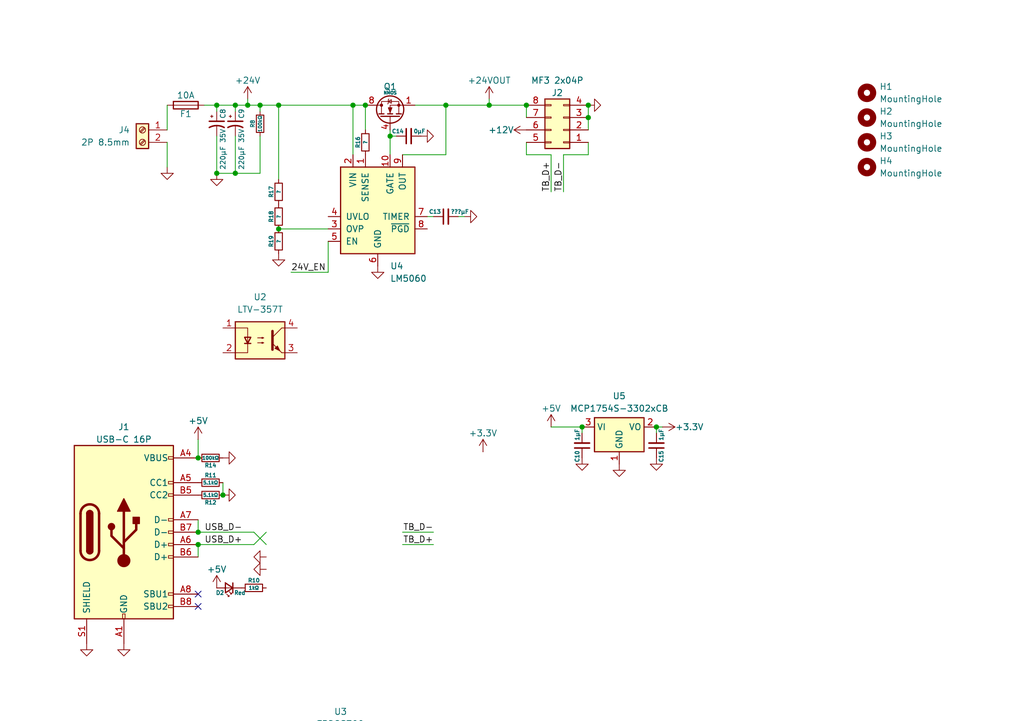
<source format=kicad_sch>
(kicad_sch (version 20231120) (generator "eeschema") (generator_version "8.0")
  (paper "A5")
  (title_block (title "Corevus Toolboard Bridge") (date "2024-07-29") (rev "v0.1") (company "Meridi Engineering") (comment 1 "confer: youtu.be/t5Nj8ZQXJm0"))
  (lib_symbols
    (symbol "Connector:Conn_01x02_Pin" (pin_names (offset 1.016) hide)
      (property "Reference" "J" (at 0 2.54 0))
      (property "Value" "Conn_01x02_Pin" (at 0 -5.08 0))
      (symbol "Conn_01x02_Pin_1_1"
        (polyline (pts (xy 1.27 -2.54) (xy 0.8636 -2.54)) (stroke (width 0.1524)))
        (polyline (pts (xy 1.27 0) (xy 0.8636 0)) (stroke (width 0.1524)))
        (rectangle (start 0.8636 -2.413) (end 0 -2.667) (stroke (width 0.1524)) (fill (type outline)))
        (rectangle (start 0.8636 0.127) (end 0 -0.127) (stroke (width 0.1524)) (fill (type outline)))
        (pin passive line (at 5.08 0 180) (length 3.81) (name "Pin_1") (number "1"))
        (pin passive line (at 5.08 -2.54 180) (length 3.81) (name "Pin_2") (number "2"))
      )
    )
    (symbol "Connector:Screw_Terminal_01x02" (pin_names (offset 1.016) hide)
      (property "Reference" "J" (at 0 2.54 0))
      (property "Value" "Screw_Terminal_01x02" (at 0 -5.08 0))
      (symbol "Screw_Terminal_01x02_1_1"
        (rectangle (start -1.27 1.27) (end 1.27 -3.81) (stroke (width 0.254)) (fill (type background)))
        (circle (center 0 -2.54) (radius 0.635) (stroke (width 0.1524)))
        (polyline (pts (xy -0.5334 -2.2098) (xy 0.3302 -3.048)) (stroke (width 0.1524)))
        (polyline (pts (xy -0.5334 0.3302) (xy 0.3302 -0.508)) (stroke (width 0.1524)))
        (polyline (pts (xy -0.3556 -2.032) (xy 0.508 -2.8702)) (stroke (width 0.1524)))
        (polyline (pts (xy -0.3556 0.508) (xy 0.508 -0.3302)) (stroke (width 0.1524)))
        (circle (center 0 0) (radius 0.635) (stroke (width 0.1524)))
        (pin passive line (at -5.08 0 0) (length 3.81) (name "Pin_1") (number "1"))
        (pin passive line (at -5.08 -2.54 0) (length 3.81) (name "Pin_2") (number "2"))
      )
    )
    (symbol "Connector:USB_C_Receptacle_USB2.0_16P" (pin_names (offset 1.016))
      (property "Reference" "J" (at 0 22.225 0))
      (property "Value" "USB_C_Receptacle_USB2.0_16P" (at 0 19.685 0))
      (symbol "USB_C_Receptacle_USB2.0_16P_0_0"
        (rectangle (start -0.254 -17.78) (end 0.254 -16.764))
        (rectangle (start 10.16 -14.986) (end 9.144 -15.494))
        (rectangle (start 10.16 -12.446) (end 9.144 -12.954))
        (rectangle (start 10.16 -4.826) (end 9.144 -5.334))
        (rectangle (start 10.16 -2.286) (end 9.144 -2.794))
        (rectangle (start 10.16 0.254) (end 9.144 -0.254))
        (rectangle (start 10.16 2.794) (end 9.144 2.286))
        (rectangle (start 10.16 7.874) (end 9.144 7.366))
        (rectangle (start 10.16 10.414) (end 9.144 9.906))
        (rectangle (start 10.16 15.494) (end 9.144 14.986))
      )
      (symbol "USB_C_Receptacle_USB2.0_16P_0_1"
        (rectangle (start -10.16 17.78) (end 10.16 -17.78) (stroke (width 0.254)) (fill (type background)))
        (arc (start -8.89 -3.81) (mid -6.985 -5.7067) (end -5.08 -3.81) (stroke (width 0.508)))
        (arc (start -7.62 -3.81) (mid -6.985 -4.4423) (end -6.35 -3.81) (stroke (width 0.254)))
        (arc (start -7.62 -3.81) (mid -6.985 -4.4423) (end -6.35 -3.81) (stroke (width 0.254)) (fill (type outline)))
        (rectangle (start -7.62 -3.81) (end -6.35 3.81) (stroke (width 0.254)) (fill (type outline)))
        (arc (start -6.35 3.81) (mid -6.985 4.4423) (end -7.62 3.81) (stroke (width 0.254)))
        (arc (start -6.35 3.81) (mid -6.985 4.4423) (end -7.62 3.81) (stroke (width 0.254)) (fill (type outline)))
        (arc (start -5.08 3.81) (mid -6.985 5.7067) (end -8.89 3.81) (stroke (width 0.508)))
        (circle (center -2.54 1.143) (radius 0.635) (stroke (width 0.254)) (fill (type outline)))
        (circle (center 0 -5.842) (radius 1.27) (fill (type outline)))
        (polyline (pts (xy -8.89 -3.81) (xy -8.89 3.81)) (stroke (width 0.508)))
        (polyline (pts (xy -5.08 3.81) (xy -5.08 -3.81)) (stroke (width 0.508)))
        (polyline (pts (xy 0 -5.842) (xy 0 4.318)) (stroke (width 0.508)))
        (polyline (pts (xy 0 -3.302) (xy -2.54 -0.762) (xy -2.54 0.508)) (stroke (width 0.508)))
        (polyline (pts (xy 0 -2.032) (xy 2.54 0.508) (xy 2.54 1.778)) (stroke (width 0.508)))
        (polyline (pts (xy -1.27 4.318) (xy 0 6.858) (xy 1.27 4.318) (xy -1.27 4.318)) (stroke (width 0.254)) (fill (type outline)))
        (rectangle (start 1.905 1.778) (end 3.175 3.048) (stroke (width 0.254)) (fill (type outline)))
      )
      (symbol "USB_C_Receptacle_USB2.0_16P_1_1"
        (pin passive line (at 0 -22.86 90) (length 5.08) (name "GND") (number "A1"))
        (pin passive line (at 0 -22.86 90) (length 5.08) hide (name "GND") (number "A12"))
        (pin passive line (at 15.24 15.24 180) (length 5.08) (name "VBUS") (number "A4"))
        (pin bidirectional line (at 15.24 10.16 180) (length 5.08) (name "CC1") (number "A5"))
        (pin bidirectional line (at 15.24 -2.54 180) (length 5.08) (name "D+") (number "A6"))
        (pin bidirectional line (at 15.24 2.54 180) (length 5.08) (name "D-") (number "A7"))
        (pin bidirectional line (at 15.24 -12.7 180) (length 5.08) (name "SBU1") (number "A8"))
        (pin passive line (at 15.24 15.24 180) (length 5.08) hide (name "VBUS") (number "A9"))
        (pin passive line (at 0 -22.86 90) (length 5.08) hide (name "GND") (number "B1"))
        (pin passive line (at 0 -22.86 90) (length 5.08) hide (name "GND") (number "B12"))
        (pin passive line (at 15.24 15.24 180) (length 5.08) hide (name "VBUS") (number "B4"))
        (pin bidirectional line (at 15.24 7.62 180) (length 5.08) (name "CC2") (number "B5"))
        (pin bidirectional line (at 15.24 -5.08 180) (length 5.08) (name "D+") (number "B6"))
        (pin bidirectional line (at 15.24 0 180) (length 5.08) (name "D-") (number "B7"))
        (pin bidirectional line (at 15.24 -15.24 180) (length 5.08) (name "SBU2") (number "B8"))
        (pin passive line (at 15.24 15.24 180) (length 5.08) hide (name "VBUS") (number "B9"))
        (pin passive line (at -7.62 -22.86 90) (length 5.08) (name "SHIELD") (number "S1"))
      )
    )
    (symbol "Connector_Generic:Conn_02x04_Top_Bottom" (pin_names (offset 1.016) hide)
      (property "Reference" "J" (at 1.27 5.08 0))
      (property "Value" "Conn_02x04_Top_Bottom" (at 1.27 -7.62 0))
      (symbol "Conn_02x04_Top_Bottom_1_1"
        (rectangle (start -1.27 -4.953) (end 0 -5.207) (stroke (width 0.1524)))
        (rectangle (start -1.27 -2.413) (end 0 -2.667) (stroke (width 0.1524)))
        (rectangle (start -1.27 0.127) (end 0 -0.127) (stroke (width 0.1524)))
        (rectangle (start -1.27 2.667) (end 0 2.413) (stroke (width 0.1524)))
        (rectangle (start -1.27 3.81) (end 3.81 -6.35) (stroke (width 0.254)) (fill (type background)))
        (rectangle (start 3.81 -4.953) (end 2.54 -5.207) (stroke (width 0.1524)))
        (rectangle (start 3.81 -2.413) (end 2.54 -2.667) (stroke (width 0.1524)))
        (rectangle (start 3.81 0.127) (end 2.54 -0.127) (stroke (width 0.1524)))
        (rectangle (start 3.81 2.667) (end 2.54 2.413) (stroke (width 0.1524)))
        (pin passive line (at -5.08 2.54 0) (length 3.81) (name "Pin_1") (number "1"))
        (pin passive line (at -5.08 0 0) (length 3.81) (name "Pin_2") (number "2"))
        (pin passive line (at -5.08 -2.54 0) (length 3.81) (name "Pin_3") (number "3"))
        (pin passive line (at -5.08 -5.08 0) (length 3.81) (name "Pin_4") (number "4"))
        (pin passive line (at 7.62 2.54 180) (length 3.81) (name "Pin_5") (number "5"))
        (pin passive line (at 7.62 0 180) (length 3.81) (name "Pin_6") (number "6"))
        (pin passive line (at 7.62 -2.54 180) (length 3.81) (name "Pin_7") (number "7"))
        (pin passive line (at 7.62 -5.08 180) (length 3.81) (name "Pin_8") (number "8"))
      )
    )
    (symbol "Device:C_Polarized_Small_US" (pin_numbers hide) (pin_names (offset 0.254) hide)
      (property "Reference" "C" (at 0.254 1.778 0))
      (property "Value" "C_Polarized_Small_US" (at 0.254 -2.032 0))
      (symbol "C_Polarized_Small_US_0_1"
        (polyline (pts (xy -1.524 0.508) (xy 1.524 0.508)) (stroke (width 0.3048)))
        (polyline (pts (xy -1.27 1.524) (xy -0.762 1.524)))
        (polyline (pts (xy -1.016 1.27) (xy -1.016 1.778)))
        (arc (start 1.524 -0.762) (mid 0 -0.3734) (end -1.524 -0.762) (stroke (width 0.3048)))
      )
      (symbol "C_Polarized_Small_US_1_1"
        (pin passive line (at 0 2.54 270) (length 2.032) (name "~") (number "1"))
        (pin passive line (at 0 -2.54 90) (length 2.032) (name "~") (number "2"))
      )
    )
    (symbol "Device:C_Small" (pin_numbers hide) (pin_names (offset 0.254) hide)
      (property "Reference" "C" (at 0.254 1.778 0))
      (property "Value" "C_Small" (at 0.254 -2.032 0))
      (symbol "C_Small_0_1"
        (polyline (pts (xy -1.524 -0.508) (xy 1.524 -0.508)) (stroke (width 0.3302)))
        (polyline (pts (xy -1.524 0.508) (xy 1.524 0.508)) (stroke (width 0.3048)))
      )
      (symbol "C_Small_1_1"
        (pin passive line (at 0 2.54 270) (length 2.032) (name "~") (number "1"))
        (pin passive line (at 0 -2.54 90) (length 2.032) (name "~") (number "2"))
      )
    )
    (symbol "Device:Fuse" (pin_numbers hide) (pin_names (offset 0))
      (property "Reference" "F" (at 2.032 0 90))
      (property "Value" "Fuse" (at -1.905 0 90))
      (symbol "Fuse_0_1"
        (rectangle (start -0.762 -2.54) (end 0.762 2.54) (stroke (width 0.254)))
        (polyline (pts (xy 0 2.54) (xy 0 -2.54)))
      )
      (symbol "Fuse_1_1"
        (pin passive line (at 0 3.81 270) (length 1.27) (name "~") (number "1"))
        (pin passive line (at 0 -3.81 90) (length 1.27) (name "~") (number "2"))
      )
    )
    (symbol "Device:L" (pin_numbers hide) (pin_names (offset 1.016) hide)
      (property "Reference" "L" (at -1.27 0 90))
      (property "Value" "L" (at 1.905 0 90))
      (symbol "L_0_1"
        (arc (start 0 -2.54) (mid 0.6323 -1.905) (end 0 -1.27))
        (arc (start 0 -1.27) (mid 0.6323 -0.635) (end 0 0))
        (arc (start 0 0) (mid 0.6323 0.635) (end 0 1.27))
        (arc (start 0 1.27) (mid 0.6323 1.905) (end 0 2.54))
      )
      (symbol "L_1_1"
        (pin passive line (at 0 3.81 270) (length 1.27) (name "1") (number "1"))
        (pin passive line (at 0 -3.81 90) (length 1.27) (name "2") (number "2"))
      )
    )
    (symbol "Device:LED_Small" (pin_numbers hide) (pin_names (offset 0.254) hide)
      (property "Reference" "D" (at -1.27 3.175 0))
      (property "Value" "LED_Small" (at -4.445 -2.54 0))
      (symbol "LED_Small_0_1"
        (polyline (pts (xy -0.762 -1.016) (xy -0.762 1.016)) (stroke (width 0.254)))
        (polyline (pts (xy 1.016 0) (xy -0.762 0)))
        (polyline (pts (xy 0.762 -1.016) (xy -0.762 0) (xy 0.762 1.016) (xy 0.762 -1.016)) (stroke (width 0.254)))
        (polyline (pts (xy 0 0.762) (xy -0.508 1.27) (xy -0.254 1.27) (xy -0.508 1.27) (xy -0.508 1.016)))
        (polyline (pts (xy 0.508 1.27) (xy 0 1.778) (xy 0.254 1.778) (xy 0 1.778) (xy 0 1.524)))
      )
      (symbol "LED_Small_1_1"
        (pin passive line (at -2.54 0 0) (length 1.778) (name "K") (number "1"))
        (pin passive line (at 2.54 0 180) (length 1.778) (name "A") (number "2"))
      )
    )
    (symbol "Device:R_Small" (pin_numbers hide) (pin_names (offset 0.254) hide)
      (property "Reference" "R" (at 0.762 0.508 0))
      (property "Value" "R_Small" (at 0.762 -1.016 0))
      (symbol "R_Small_0_1"
        (rectangle (start -0.762 1.778) (end 0.762 -1.778) (stroke (width 0.2032)))
      )
      (symbol "R_Small_1_1"
        (pin passive line (at 0 2.54 270) (length 0.762) (name "~") (number "1"))
        (pin passive line (at 0 -2.54 90) (length 0.762) (name "~") (number "2"))
      )
    )
    (symbol "Isolator:LTV-357T" (pin_names (offset 1.016))
      (property "Reference" "U" (at -5.334 4.826 0))
      (property "Value" "LTV-357T" (at 0 5.08 0))
      (symbol "LTV-357T_0_1"
        (rectangle (start -5.08 3.81) (end 5.08 -3.81) (stroke (width 0.254)) (fill (type background)))
        (polyline (pts (xy -3.175 -0.635) (xy -1.905 -0.635)) (stroke (width 0.254)))
        (polyline (pts (xy 2.54 0.635) (xy 4.445 2.54)))
        (polyline (pts (xy 4.445 -2.54) (xy 2.54 -0.635)) (fill (type outline)))
        (polyline (pts (xy 4.445 -2.54) (xy 5.08 -2.54)))
        (polyline (pts (xy 4.445 2.54) (xy 5.08 2.54)))
        (polyline (pts (xy -5.08 2.54) (xy -2.54 2.54) (xy -2.54 -0.762)))
        (polyline (pts (xy -2.54 -0.635) (xy -2.54 -2.54) (xy -5.08 -2.54)))
        (polyline (pts (xy 2.54 1.905) (xy 2.54 -1.905) (xy 2.54 -1.905)) (stroke (width 0.508)))
        (polyline (pts (xy -2.54 -0.635) (xy -3.175 0.635) (xy -1.905 0.635) (xy -2.54 -0.635)) (stroke (width 0.254)))
        (polyline (pts (xy -0.508 -0.508) (xy 0.762 -0.508) (xy 0.381 -0.635) (xy 0.381 -0.381) (xy 0.762 -0.508)))
        (polyline (pts (xy -0.508 0.508) (xy 0.762 0.508) (xy 0.381 0.381) (xy 0.381 0.635) (xy 0.762 0.508)))
        (polyline (pts (xy 3.048 -1.651) (xy 3.556 -1.143) (xy 4.064 -2.159) (xy 3.048 -1.651) (xy 3.048 -1.651)) (fill (type outline)))
      )
      (symbol "LTV-357T_1_1"
        (pin passive line (at -7.62 2.54 0) (length 2.54) (name "~") (number "1"))
        (pin passive line (at -7.62 -2.54 0) (length 2.54) (name "~") (number "2"))
        (pin passive line (at 7.62 -2.54 180) (length 2.54) (name "~") (number "3"))
        (pin passive line (at 7.62 2.54 180) (length 2.54) (name "~") (number "4"))
      )
    )
    (symbol "Mechanical:MountingHole" (pin_names (offset 1.016)) (exclude_from_sim yes) (in_bom no)
      (property "Reference" "H" (at 0 5.08 0))
      (property "Value" "MountingHole" (at 0 3.175 0))
      (symbol "MountingHole_0_1"
        (circle (center 0 0) (radius 1.27) (stroke (width 1.27)))
      )
    )
    (symbol "Power_Management:LM5060" (pin_names (offset 1.016))
      (property "Reference" "U" (at -7.62 -11.43 0))
      (property "Value" "LM5060" (at 1.27 -11.43 0))
      (symbol "LM5060_0_1"
        (rectangle (start 7.62 7.62) (end -7.62 -10.16) (stroke (width 0.254)) (fill (type background)))
      )
      (symbol "LM5060_1_0"
        (pin power_in line (at 0 -12.7 90) (length 2.54) (name "GND") (number "6"))
      )
      (symbol "LM5060_1_1"
        (pin input line (at -2.54 10.16 270) (length 2.54) (name "SENSE") (number "1"))
        (pin output line (at 2.54 10.16 270) (length 2.54) (name "GATE") (number "10"))
        (pin power_in line (at -5.08 10.16 270) (length 2.54) (name "VIN") (number "2"))
        (pin input line (at -10.16 -5.08 0) (length 2.54) (name "OVP") (number "3"))
        (pin input line (at -10.16 -2.54 0) (length 2.54) (name "UVLO") (number "4"))
        (pin input line (at -10.16 -7.62 0) (length 2.54) (name "EN") (number "5"))
        (pin input line (at 10.16 -2.54 180) (length 2.54) (name "TIMER") (number "7"))
        (pin open_collector line (at 10.16 -5.08 180) (length 2.54) (name "~{PGD}") (number "8"))
        (pin input line (at 5.08 10.16 270) (length 2.54) (name "OUT") (number "9"))
      )
    )
    (symbol "Regulator_Linear:MCP1754S-3302xCB"
      (property "Reference" "U" (at -3.81 3.175 0))
      (property "Value" "MCP1754S-3302xCB" (at -0.635 3.175 0))
      (symbol "MCP1754S-3302xCB_0_1"
        (rectangle (start -5.08 -5.08) (end 5.08 1.905) (stroke (width 0.254)) (fill (type background)))
      )
      (symbol "MCP1754S-3302xCB_1_1"
        (pin power_in line (at 0 -7.62 90) (length 2.54) (name "GND") (number "1"))
        (pin power_out line (at 7.62 0 180) (length 2.54) (name "VO") (number "2"))
        (pin power_in line (at -7.62 0 0) (length 2.54) (name "VI") (number "3"))
      )
    )
    (symbol "corevus:NMOS_DFN8" (pin_names hide)
      (property "Reference" "Q" (at 3.81 0 0))
      (property "Value" "NMOS" (at 3.81 -1.27 0))
      (symbol "NMOS_DFN8_0_1"
        (polyline (pts (xy -1.016 0) (xy -2.54 0)))
        (polyline (pts (xy -1.016 1.905) (xy -1.016 -1.905)) (stroke (width 0.254)))
        (polyline (pts (xy -0.508 -1.27) (xy -0.508 -2.286)) (stroke (width 0.254)))
        (polyline (pts (xy -0.508 0.508) (xy -0.508 -0.508)) (stroke (width 0.254)))
        (polyline (pts (xy -0.508 2.286) (xy -0.508 1.27)) (stroke (width 0.254)))
        (polyline (pts (xy 1.27 2.54) (xy 1.27 1.778)))
        (polyline (pts (xy 1.27 -2.54) (xy 1.27 0) (xy -0.508 0)))
        (polyline (pts (xy -0.508 -1.778) (xy 2.032 -1.778) (xy 2.032 1.778) (xy -0.508 1.778)))
        (polyline (pts (xy -0.254 0) (xy 0.762 0.381) (xy 0.762 -0.381) (xy -0.254 0)) (fill (type outline)))
        (polyline (pts (xy 1.524 0.508) (xy 1.651 0.381) (xy 2.413 0.381) (xy 2.54 0.254)))
        (polyline (pts (xy 2.032 0.381) (xy 1.651 -0.254) (xy 2.413 -0.254) (xy 2.032 0.381)))
        (circle (center 0.381 0) (radius 2.794) (stroke (width 0.254)))
        (circle (center 1.27 -1.778) (radius 0.254) (fill (type outline)))
        (circle (center 1.27 1.778) (radius 0.254) (fill (type outline)))
      )
      (symbol "NMOS_DFN8_1_1"
        (pin unspecified line (at 1.27 -5.08 90) (length 2.54) (name "S") (number "1"))
        (pin unspecified line (at 1.27 -5.08 90) (length 2.54) hide (name "S") (number "2"))
        (pin unspecified line (at 1.27 -5.08 90) (length 2.54) hide (name "S") (number "3"))
        (pin unspecified line (at -3.81 0 0) (length 1.27) (name "G") (number "4"))
        (pin unspecified line (at 1.27 5.08 270) (length 2.54) hide (name "D") (number "5"))
        (pin unspecified line (at 1.27 5.08 270) (length 2.54) hide (name "D") (number "6"))
        (pin unspecified line (at 1.27 5.08 270) (length 2.54) hide (name "D") (number "7"))
        (pin unspecified line (at 1.27 5.08 270) (length 2.54) (name "D") (number "8"))
      )
    )
    (symbol "corevus:TPD8S300"
      (property "Reference" "U" (at 0 20.32 0))
      (property "Value" "TPD8S300" (at 0 17.78 0))
      (symbol "TPD8S300_0_0"
        (pin unspecified line (at -10.16 8.89 0) (length 2.54) (name "C_SBU1") (number "1"))
        (pin unspecified line (at 10.16 13.97 180) (length 2.54) (name "V_{PWR}") (number "10"))
        (pin unspecified line (at 10.16 -1.27 180) (length 2.54) (name "CC2") (number "11"))
        (pin unspecified line (at 10.16 1.27 180) (length 2.54) (name "CC1") (number "12"))
        (pin unspecified line (at 0 -19.05 90) (length 2.54) hide (name "GND") (number "13"))
        (pin unspecified line (at 10.16 6.35 180) (length 2.54) (name "SBU2") (number "14"))
        (pin unspecified line (at 10.16 8.89 180) (length 2.54) (name "SBU1") (number "15"))
        (pin unspecified line (at 10.16 -13.97 180) (length 2.54) (name "D4") (number "16"))
        (pin unspecified line (at 10.16 -11.43 180) (length 2.54) (name "D3") (number "17"))
        (pin unspecified line (at 0 -19.05 90) (length 2.54) (name "GND") (number "18"))
        (pin unspecified line (at 10.16 -8.89 180) (length 2.54) (name "D2") (number "19"))
        (pin unspecified line (at -10.16 6.35 0) (length 2.54) (name "C_SBU2") (number "2"))
        (pin unspecified line (at 10.16 -6.35 180) (length 2.54) (name "D1") (number "20"))
        (pin unspecified line (at 0 -19.05 90) (length 2.54) hide (name "GND") (number "21"))
        (pin unspecified line (at -10.16 13.97 0) (length 2.54) (name "VBIAS") (number "3"))
        (pin unspecified line (at -10.16 1.27 0) (length 2.54) (name "C_CC1") (number "4"))
        (pin unspecified line (at -10.16 -1.27 0) (length 2.54) (name "C_CC2") (number "5"))
        (pin unspecified line (at -10.16 -8.89 0) (length 2.54) (name "RPD_G2") (number "6"))
        (pin unspecified line (at -10.16 -6.35 0) (length 2.54) (name "RPD_G1") (number "7"))
        (pin unspecified line (at 0 -19.05 90) (length 2.54) hide (name "GND") (number "8"))
        (pin unspecified line (at -10.16 -13.97 0) (length 2.54) (name "~{FLT}") (number "9"))
      )
      (symbol "TPD8S300_1_1"
        (rectangle (start -7.62 16.51) (end 7.62 -16.51) (fill (type background)))
      )
    )
    (symbol "corevus:TPS54335A"
      (property "Reference" "U" (at 0 11.43 0))
      (property "Value" "TPS54335A" (at 0 8.89 0))
      (symbol "TPS54335A_0_0"
        (pin unspecified line (at 8.89 5.08 180) (length 2.54) (name "BOOT") (number "1"))
        (pin unspecified line (at -8.89 5.08 0) (length 2.54) (name "VIN") (number "2"))
        (pin unspecified line (at 8.89 2.54 180) (length 2.54) (name "PH") (number "3"))
        (pin unspecified line (at 8.89 -5.08 180) (length 2.54) (name "GND") (number "4"))
        (pin unspecified line (at 8.89 -2.54 180) (length 2.54) (name "VSENSE") (number "5"))
        (pin unspecified line (at -8.89 -5.08 0) (length 2.54) (name "COMP") (number "6"))
        (pin unspecified line (at -8.89 0 0) (length 2.54) (name "EN") (number "7"))
        (pin unspecified line (at -8.89 -2.54 0) (length 2.54) (name "RT") (number "8"))
      )
      (symbol "TPS54335A_1_0"
        (pin unspecified line (at 8.89 -5.08 180) (length 2.54) hide (name "GND") (number "9"))
      )
      (symbol "TPS54335A_1_1"
        (rectangle (start -6.35 7.62) (end 6.35 -7.62) (fill (type background)))
      )
    )
    (symbol "power:+12V" (power) (pin_names (offset 0))
      (property "Value" "+12V" (at 0 3.556 0))
      (symbol "+12V_0_1"
        (polyline (pts (xy -0.762 1.27) (xy 0 2.54)))
        (polyline (pts (xy 0 0) (xy 0 2.54)))
        (polyline (pts (xy 0 2.54) (xy 0.762 1.27)))
      )
      (symbol "+12V_1_1"
        (pin power_in line (at 0 0 90) (length 0) hide (name "+12V") (number "1"))
      )
    )
    (symbol "power:+24V" (power) (pin_names (offset 0))
      (property "Value" "+24V" (at 0 3.556 0))
      (symbol "+24V_0_1"
        (polyline (pts (xy -0.762 1.27) (xy 0 2.54)))
        (polyline (pts (xy 0 0) (xy 0 2.54)))
        (polyline (pts (xy 0 2.54) (xy 0.762 1.27)))
      )
      (symbol "+24V_1_1"
        (pin power_in line (at 0 0 90) (length 0) hide (name "+24V") (number "1"))
      )
    )
    (symbol "power:+3.3V" (power) (pin_numbers hide) (pin_names (offset 0) hide)
      (property "Value" "+3.3V" (at 0 3.556 0))
      (symbol "+3.3V_0_1"
        (polyline (pts (xy -0.762 1.27) (xy 0 2.54)))
        (polyline (pts (xy 0 0) (xy 0 2.54)))
        (polyline (pts (xy 0 2.54) (xy 0.762 1.27)))
      )
      (symbol "+3.3V_1_1"
        (pin power_in line (at 0 0 90) (length 0) (name "~") (number "1"))
      )
    )
    (symbol "power:+5V" (power) (pin_numbers hide) (pin_names (offset 0) hide)
      (property "Value" "+5V" (at 0 3.556 0))
      (symbol "+5V_0_1"
        (polyline (pts (xy -0.762 1.27) (xy 0 2.54)))
        (polyline (pts (xy 0 0) (xy 0 2.54)))
        (polyline (pts (xy 0 2.54) (xy 0.762 1.27)))
      )
      (symbol "+5V_1_1"
        (pin power_in line (at 0 0 90) (length 0) (name "~") (number "1"))
      )
    )
    (symbol "power:GND" (power) (pin_names (offset 0))
      (property "Value" "GND" (at 0 -3.81 0))
      (symbol "GND_0_1"
        (polyline (pts (xy 0 0) (xy 0 -1.27) (xy 1.27 -1.27) (xy 0 -2.54) (xy -1.27 -1.27) (xy 0 -1.27)))
      )
      (symbol "GND_1_1"
        (pin power_in line (at 0 0 270) (length 0) hide (name "GND") (number "1"))
      )
    )
  )
  (junction (at 44.45 21.59))
  (junction (at 48.26 21.59))
  (junction (at 57.15 21.59))
  (junction (at -64.77 53.34))
  (junction (at -16.51 55.88))
  (junction (at -83.82 53.34))
  (junction (at 134.62 87.63))
  (junction (at -16.51 67.31))
  (junction (at 53.34 21.59))
  (junction (at -25.4 55.88))
  (junction (at -76.2 66.04))
  (junction (at 91.44 21.59))
  (junction (at -41.91 55.88))
  (junction (at -69.85 55.88))
  (junction (at 80.01 27.94))
  (junction (at 100.33 21.59))
  (junction (at 40.64 111.76))
  (junction (at 107.95 21.59))
  (junction (at 48.26 35.56))
  (junction (at -21.59 55.88))
  (junction (at 120.65 24.13))
  (junction (at 40.64 109.22))
  (junction (at 120.65 21.59))
  (junction (at 50.8 21.59))
  (junction (at -80.01 66.04))
  (junction (at -31.75 55.88))
  (junction (at 44.45 35.56))
  (junction (at -27.94 67.31))
  (junction (at -76.2 63.5))
  (junction (at 57.15 46.99))
  (junction (at 72.39 21.59))
  (junction (at 119.38 87.63))
  (junction (at -25.4 67.31))
  (junction (at -12.7 55.88))
  (junction (at -80.01 53.34))
  (junction (at 74.93 21.59))
  (junction (at 45.72 101.6))
  (junction (at -27.94 55.88))
  (junction (at 40.64 93.98))
  (junction (at -83.82 66.04))
  (junction (at -31.75 60.96))
  (junction (at -64.77 63.5))
  (junction (at -76.2 60.96))
  (no_connect (at 40.64 121.92))
  (no_connect (at 40.64 124.46))
  (wire (pts (xy 54.61 109.22) (xy 52.07 111.76)))
  (wire (pts (xy -31.75 67.31) (xy -31.75 66.04)))
  (wire (pts (xy 87.63 44.45) (xy 88.9 44.45)))
  (wire (pts (xy -12.7 55.88) (xy -10.16 55.88)))
  (wire (pts (xy -83.82 66.04) (xy -80.01 66.04)))
  (wire (pts (xy -27.94 55.88) (xy -25.4 55.88)))
  (wire (pts (xy -41.91 55.88) (xy -40.64 55.88)))
  (wire (pts (xy -27.94 55.88) (xy -27.94 57.15)))
  (wire (pts (xy -76.2 60.96) (xy -69.85 60.96)))
  (wire (pts (xy 53.34 21.59) (xy 53.34 22.86)))
  (wire (pts (xy -76.2 63.5) (xy -76.2 66.04)))
  (wire (pts (xy 40.64 111.76) (xy 40.64 114.3)))
  (wire (pts (xy 85.09 21.59) (xy 91.44 21.59)))
  (wire (pts (xy 67.31 55.88) (xy 67.31 49.53)))
  (wire (pts (xy -83.82 53.34) (xy -83.82 54.61)))
  (wire (pts (xy 48.26 21.59) (xy 50.8 21.59)))
  (wire (pts (xy -21.59 55.88) (xy -21.59 57.15)))
  (wire (pts (xy 53.34 27.94) (xy 53.34 35.56)))
  (wire (pts (xy 57.15 21.59) (xy 72.39 21.59)))
  (wire (pts (xy -80.01 66.04) (xy -80.01 59.69)))
  (wire (pts (xy -12.7 55.88) (xy -12.7 60.96)))
  (wire (pts (xy 115.57 39.37) (xy 115.57 31.75)))
  (wire (pts (xy 40.64 90.17) (xy 40.64 93.98)))
  (wire (pts (xy -25.4 55.88) (xy -21.59 55.88)))
  (wire (pts (xy -76.2 55.88) (xy -76.2 60.96)))
  (wire (pts (xy -46.99 60.96) (xy -31.75 60.96)))
  (wire (pts (xy 115.57 31.75) (xy 120.65 31.75)))
  (wire (pts (xy -27.94 67.31) (xy -25.4 67.31)))
  (wire (pts (xy 120.65 24.13) (xy 120.65 26.67)))
  (wire (pts (xy 120.65 31.75) (xy 120.65 29.21)))
  (wire (pts (xy 53.34 21.59) (xy 57.15 21.59)))
  (wire (pts (xy 72.39 21.59) (xy 74.93 21.59)))
  (wire (pts (xy 91.44 21.59) (xy 91.44 31.75)))
  (wire (pts (xy 57.15 21.59) (xy 57.15 36.83)))
  (wire (pts (xy -25.4 62.23) (xy -25.4 67.31)))
  (wire (pts (xy -69.85 55.88) (xy -69.85 58.42)))
  (wire (pts (xy 119.38 87.63) (xy 119.38 88.9)))
  (wire (pts (xy 48.26 27.94) (xy 48.26 35.56)))
  (wire (pts (xy -73.66 63.5) (xy -76.2 63.5)))
  (wire (pts (xy 40.64 106.68) (xy 40.64 109.22)))
  (wire (pts (xy -21.59 62.23) (xy -21.59 68.58)))
  (wire (pts (xy -80.01 66.04) (xy -76.2 66.04)))
  (wire (pts (xy -71.12 66.04) (xy -69.85 66.04)))
  (wire (pts (xy 81.28 27.94) (xy 80.01 27.94)))
  (wire (pts (xy 100.33 20.32) (xy 100.33 21.59)))
  (wire (pts (xy -64.77 63.5) (xy -64.77 66.04)))
  (wire (pts (xy 48.26 35.56) (xy 53.34 35.56)))
  (wire (pts (xy -76.2 60.96) (xy -76.2 63.5)))
  (wire (pts (xy 82.55 31.75) (xy 91.44 31.75)))
  (wire (pts (xy 46.99 181.61) (xy 59.69 181.61)))
  (wire (pts (xy -83.82 53.34) (xy -80.01 53.34)))
  (wire (pts (xy -27.94 62.23) (xy -27.94 67.31)))
  (wire (pts (xy 134.62 87.63) (xy 134.62 88.9)))
  (wire (pts (xy -16.51 55.88) (xy -12.7 55.88)))
  (wire (pts (xy 44.45 35.56) (xy 48.26 35.56)))
  (wire (pts (xy 100.33 21.59) (xy 107.95 21.59)))
  (wire (pts (xy 72.39 21.59) (xy 72.39 31.75)))
  (wire (pts (xy -80.01 53.34) (xy -80.01 54.61)))
  (wire (pts (xy -76.2 55.88) (xy -74.93 55.88)))
  (wire (pts (xy 45.72 99.06) (xy 45.72 101.6)))
  (wire (pts (xy 107.95 31.75) (xy 107.95 29.21)))
  (wire (pts (xy -46.99 55.88) (xy -41.91 55.88)))
  (wire (pts (xy 82.55 109.22) (xy 88.9 109.22)))
  (wire (pts (xy -31.75 55.88) (xy -27.94 55.88)))
  (wire (pts (xy 113.03 39.37) (xy 113.03 31.75)))
  (wire (pts (xy 50.8 21.59) (xy 53.34 21.59)))
  (wire (pts (xy 91.44 21.59) (xy 100.33 21.59)))
  (wire (pts (xy 120.65 21.59) (xy 120.65 24.13)))
  (wire (pts (xy 80.01 27.94) (xy 80.01 31.75)))
  (wire (pts (xy -25.4 67.31) (xy -25.4 68.58)))
  (wire (pts (xy -33.02 55.88) (xy -31.75 55.88)))
  (wire (pts (xy 40.64 109.22) (xy 52.07 109.22)))
  (wire (pts (xy -80.01 53.34) (xy -64.77 53.34)))
  (wire (pts (xy 48.26 22.86) (xy 48.26 21.59)))
  (wire (pts (xy 135.89 87.63) (xy 134.62 87.63)))
  (wire (pts (xy 40.64 111.76) (xy 52.07 111.76)))
  (wire (pts (xy -25.4 68.58) (xy -21.59 68.58)))
  (wire (pts (xy 34.29 26.67) (xy 34.29 21.59)))
  (wire (pts (xy 52.07 109.22) (xy 54.61 111.76)))
  (wire (pts (xy 48.26 21.59) (xy 44.45 21.59)))
  (wire (pts (xy 50.8 20.32) (xy 50.8 21.59)))
  (wire (pts (xy 113.03 31.75) (xy 107.95 31.75)))
  (wire (pts (xy -25.4 57.15) (xy -25.4 55.88)))
  (wire (pts (xy 44.45 22.86) (xy 44.45 21.59)))
  (wire (pts (xy 74.93 21.59) (xy 74.93 26.67)))
  (wire (pts (xy -64.77 58.42) (xy -69.85 58.42)))
  (wire (pts (xy -21.59 55.88) (xy -16.51 55.88)))
  (wire (pts (xy 44.45 27.94) (xy 44.45 35.56)))
  (wire (pts (xy 34.29 29.21) (xy 34.29 34.29)))
  (wire (pts (xy 113.03 87.63) (xy 119.38 87.63)))
  (wire (pts (xy 59.69 55.88) (xy 67.31 55.88)))
  (wire (pts (xy 82.55 111.76) (xy 88.9 111.76)))
  (wire (pts (xy -12.7 63.5) (xy -12.7 67.31)))
  (wire (pts (xy 57.15 46.99) (xy 67.31 46.99)))
  (wire (pts (xy -64.77 53.34) (xy -64.77 55.88)))
  (wire (pts (xy 41.91 21.59) (xy 44.45 21.59)))
  (wire (pts (xy -41.91 53.34) (xy -41.91 55.88)))
  (wire (pts (xy 107.95 21.59) (xy 107.95 24.13)))
  (wire (pts (xy -16.51 67.31) (xy -12.7 67.31)))
  (wire (pts (xy 80.01 26.67) (xy 80.01 27.94)))
  (wire (pts (xy 95.25 44.45) (xy 93.98 44.45)))
  (wire (pts (xy -68.58 63.5) (xy -64.77 63.5)))
  (wire (pts (xy -16.51 66.04) (xy -16.51 67.31)))
  (wire (pts (xy -83.82 64.77) (xy -83.82 66.04)))
  (text "0.8V" (at -44.45 60.96 0) (effects (font (size 1.27 1.27)) (justify bottom)))
  (label "TB_D+" (at 113.03 39.37 90))
  (label "24V_EN" (at 46.99 181.61 0))
  (label "USB_D+" (at 41.91 111.76 0))
  (label "TB_D+" (at 88.9 111.76 180))
  (label "USB_D-" (at 41.91 109.22 0))
  (label "TB_D-" (at 115.57 39.37 90))
  (label "24V_EN" (at 59.69 55.88 0))
  (label "TB_D-" (at 88.9 109.22 180))
  (symbol (lib_id "power:+3.3V") (at 99.06 92.71 0) (unit 1)
    (property "Reference" "#PWR036" (effects (hide yes)))
    (property "Value" "+3.3V" (at 99.06 88.9 0))
    (property "Description" "Power symbol creates a global label with name \"+3.3V\"" (effects (hide yes)))
  )
  (symbol (lib_id "Connector:Screw_Terminal_01x02") (at 29.21 26.67 0) (mirror y) (unit 1)
    (property "Reference" "J4" (at 26.67 26.67 0) (effects (justify left)))
    (property "Value" "2P 8.5mm" (at 26.67 29.21 0) (effects (justify left)))
    (property "Footprint" "corevus:Kefa_KF8500-8.5-2P" (effects (hide yes)))
    (property "Description" "Generic screw terminal, single row, 01x02, script generated (kicad-library-utils/schlib/autogen/connector/)" (effects (hide yes)))
  )
  (symbol (lib_id "power:GND") (at 134.62 93.98 0) (mirror y) (unit 1)
    (property "Reference" "#PWR034" (effects (hide yes)))
    (property "Value" "GND" (effects (hide yes)))
  )
  (symbol (lib_id "Device:R_Small") (at 57.15 49.53 0) (mirror x) (unit 1)
    (property "Reference" "R19" (at 55.626 49.53 90) (effects (font (size 0.8 0.8))))
    (property "Value" "?" (at 57.15 49.53 90) (effects (font (size 0.7 0.7))))
    (property "Footprint" "PCM_ME_passives:0603R" (effects (hide yes)))
  )
  (symbol (lib_id "power:GND") (at 57.15 52.07 0) (unit 1)
    (property "Reference" "#PWR026" (effects (hide yes)))
    (property "Value" "GND" (effects (hide yes)))
  )
  (symbol (lib_id "Mechanical:MountingHole") (at 177.8 29.21 0) (unit 1) (exclude_from_sim yes) (in_bom no)
    (property "Reference" "H3" (at 180.34 27.9399 0) (effects (justify left)))
    (property "Value" "MountingHole" (at 180.34 30.4799 0) (effects (justify left)))
    (property "Footprint" "MountingHole:MountingHole_3.2mm_M3_DIN965" (effects (hide yes)))
    (property "Description" "Mounting Hole without connection" (effects (hide yes)))
  )
  (symbol (lib_id "Device:C_Small") (at -80.01 57.15 0) (unit 1)
    (property "Reference" "C1" (at -81.026 56.388 90) (effects (font (size 0.8 0.8)) (justify left)))
    (property "Value" "10μF 50V" (at -81.026 57.912 90) (effects (font (size 0.8 0.8)) (justify right)))
    (property "Footprint" "Capacitor_SMD:C_1206_3216Metric" (effects (hide yes)))
  )
  (symbol (lib_id "Mechanical:MountingHole") (at 177.8 34.29 0) (unit 1) (exclude_from_sim yes) (in_bom no)
    (property "Reference" "H4" (at 180.34 33.0199 0) (effects (justify left)))
    (property "Value" "MountingHole" (at 180.34 35.5599 0) (effects (justify left)))
    (property "Footprint" "MountingHole:MountingHole_3.2mm_M3_DIN965" (effects (hide yes)))
    (property "Description" "Mounting Hole without connection" (effects (hide yes)))
  )
  (symbol (lib_id "Device:C_Small") (at 119.38 91.44 0) (mirror x) (unit 1)
    (property "Reference" "C10" (at 118.38 92.44 90) (effects (font (size 0.8 0.8)) (justify left)))
    (property "Value" "1μF" (at 118.38 90.44 90) (effects (font (size 0.8 0.8)) (justify right)))
    (property "Footprint" "PCM_ME_passives:0402C" (effects (hide yes)))
  )
  (symbol (lib_id "Device:C_Small") (at 96.52 156.21 0) (mirror x) (unit 1)
    (property "Reference" "C11" (at 95.52 157.21 90) (effects (font (size 0.8 0.8)) (justify left)))
    (property "Value" "1μF" (at 95.52 155.21 90) (effects (font (size 0.8 0.8)) (justify right)))
    (property "Footprint" "PCM_ME_passives:0402C" (effects (hide yes)))
  )
  (symbol (lib_id "Device:Fuse") (at 38.1 21.59 90) (mirror x) (unit 1)
    (property "Reference" "F1" (at 38.1 23.368 90))
    (property "Value" "10A" (at 38.1 19.558 90))
    (property "Footprint" "corevus:XF-506P" (effects (hide yes)))
    (property "Description" "Fuse" (effects (hide yes)))
  )
  (symbol (lib_id "Device:C_Small") (at 134.62 91.44 180) (unit 1)
    (property "Reference" "C15" (at 135.62 92.44 90) (effects (font (size 0.8 0.8)) (justify left)))
    (property "Value" "1μF" (at 135.62 90.44 90) (effects (font (size 0.8 0.8)) (justify right)))
    (property "Footprint" "PCM_ME_passives:0402C" (effects (hide yes)))
  )
  (symbol (lib_id "Device:C_Small") (at -27.94 59.69 0) (unit 1)
    (property "Reference" "C5" (at -28.94 58.69 90) (effects (font (size 0.8 0.8)) (justify left)))
    (property "Value" "22μF 25V" (at -28.94 60.69 90) (effects (font (size 0.8 0.8)) (justify right)))
    (property "Footprint" "Capacitor_SMD:C_1206_3216Metric" (effects (hide yes)))
  )
  (symbol (lib_id "Device:C_Small") (at -25.4 59.69 0) (unit 1)
    (property "Reference" "C6" (at -26.4 58.69 90) (effects (font (size 0.8 0.8)) (justify left)))
    (property "Value" "22μF 25V" (at -26.4 60.69 90) (effects (font (size 0.8 0.8)) (justify right)))
    (property "Footprint" "Capacitor_SMD:C_1206_3216Metric" (effects (hide yes)))
  )
  (symbol (lib_id "Device:R_Small") (at -72.39 55.88 270) (unit 1)
    (property "Reference" "R1" (at -72.39 54.356 90) (effects (font (size 0.8 0.8))))
    (property "Value" "18kΩ" (at -72.39 55.88 90) (effects (font (size 0.7 0.7))))
    (property "Footprint" "PCM_ME_passives:0402R" (effects (hide yes)))
  )
  (symbol (lib_id "power:GND") (at 119.38 93.98 0) (mirror y) (unit 1)
    (property "Reference" "#PWR018" (effects (hide yes)))
    (property "Value" "GND" (effects (hide yes)))
  )
  (symbol (lib_id "power:GND") (at -27.94 67.31 0) (mirror y) (unit 1)
    (property "Reference" "#PWR05" (effects (hide yes)))
    (property "Value" "GND" (effects (hide yes)))
  )
  (symbol (lib_id "Device:C_Small") (at -44.45 53.34 90) (mirror x) (unit 1)
    (property "Reference" "C4" (at -45.45 52.34 90) (effects (font (size 0.8 0.8)) (justify left)))
    (property "Value" "100nF" (at -43.45 52.34 90) (effects (font (size 0.8 0.8)) (justify right)))
    (property "Footprint" "PCM_ME_passives:0402C" (effects (hide yes)))
  )
  (symbol (lib_id "power:+24V") (at 100.33 20.32 0) (mirror y) (unit 1)
    (property "Reference" "#PWR031" (effects (hide yes)))
    (property "Value" "+24VOUT" (at 100.33 16.51 0))
  )
  (symbol (lib_id "Device:C_Polarized_Small_US") (at 48.26 25.4 0) (unit 1)
    (property "Reference" "C9" (at 49.53 24.4 90) (effects (font (size 1 1)) (justify left)))
    (property "Value" "220μF 35V" (at 49.53 26.4 90) (effects (font (size 1 1)) (justify right)))
    (property "Footprint" "Capacitor_THT:CP_Radial_D8.0mm_P3.50mm" (effects (hide yes)))
    (property "Field4" "C310848" (effects (hide yes)))
  )
  (symbol (lib_id "power:GND") (at 54.61 116.84 270) (mirror x) (unit 1)
    (property "Reference" "#PWR028" (effects (hide yes)))
    (property "Value" "GND" (effects (hide yes)))
  )
  (symbol (lib_id "Device:R_Small") (at -67.31 60.96 270) (unit 1)
    (property "Reference" "R3" (at -67.31 59.436 90) (effects (font (size 0.8 0.8))))
    (property "Value" "220kΩ" (at -67.31 60.96 90) (effects (font (size 0.7 0.7))))
    (property "Footprint" "PCM_ME_passives:0402R" (effects (hide yes)))
  )
  (symbol (lib_id "power:+12V") (at 107.95 26.67 90) (unit 1)
    (property "Reference" "#PWR09" (effects (hide yes)))
    (property "Value" "+12V" (at 105.41 26.67 90) (effects (justify left)))
  )
  (symbol (lib_id "corevus:TPS54335A") (at -55.88 58.42 0) (unit 1)
    (property "Reference" "U1" (at -55.88 46.99 0))
    (property "Value" "TPS54335A" (at -55.88 49.53 0))
    (property "Footprint" "Package_SO:SOIC-8-1EP_3.9x4.9mm_P1.27mm_EP2.95x4.9mm_Mask2.71x3.4mm_ThermalVias" (effects (hide yes)))
    (property "Datasheet" "https://www.ti.com/lit/ds/symlink/tps54335a.pdf" (effects (hide yes)))
    (property "Description" "4.5-V to 28-V Input, 3-A Output, Synchronous Step-Down DC-DC Converter" (effects (hide yes)))
  )
  (symbol (lib_id "power:+5V") (at 44.45 120.65 0) (unit 1)
    (property "Reference" "#PWR021" (effects (hide yes)))
    (property "Value" "+5V" (at 44.45 116.84 0))
    (property "Description" "Power symbol creates a global label with name \"+5V\"" (effects (hide yes)))
  )
  (symbol (lib_id "corevus:TPD8S300") (at 69.85 167.64 0) (unit 1)
    (property "Reference" "U3" (at 69.85 146.05 0))
    (property "Value" "TPD8S300" (at 69.85 148.59 0))
    (property "Footprint" "Package_DFN_QFN:WQFN-20-1EP_3x3mm_P0.4mm_EP1.7x1.7mm" (effects (hide yes)))
  )
  (symbol (lib_id "Device:R_Small") (at 53.34 25.4 0) (unit 1)
    (property "Reference" "R8" (at 51.816 25.4 90) (effects (font (size 0.8 0.8))))
    (property "Value" "100kΩ" (at 53.34 25.4 90) (effects (font (size 0.7 0.7))))
    (property "Footprint" "PCM_ME_passives:0402R" (effects (hide yes)))
  )
  (symbol (lib_id "Device:R_Small") (at 43.18 93.98 270) (mirror x) (unit 1)
    (property "Reference" "R14" (at 43.18 95.504 90) (effects (font (size 0.8 0.8))))
    (property "Value" "100kΩ" (at 43.18 93.98 90) (effects (font (size 0.7 0.7))))
    (property "Footprint" "PCM_ME_passives:0402R" (effects (hide yes)))
  )
  (symbol (lib_id "Device:C_Small") (at 91.44 44.45 90) (mirror x) (unit 1)
    (property "Reference" "C13" (at 90.44 43.45 90) (effects (font (size 0.8 0.8)) (justify left)))
    (property "Value" "???μF" (at 92.44 43.45 90) (effects (font (size 0.8 0.8)) (justify right)))
    (property "Footprint" "PCM_ME_passives:0402C" (effects (hide yes)))
  )
  (symbol (lib_id "Device:R_Small") (at -83.82 57.15 0) (mirror x) (unit 1)
    (property "Reference" "R15" (at -85.32 57.15 90) (effects (font (size 0.8 0.8))))
    (property "Value" "47kΩ" (at -83.82 57.15 90) (effects (font (size 0.7 0.7))))
    (property "Footprint" "PCM_ME_passives:0402R" (effects (hide yes)))
  )
  (symbol (lib_id "power:GND") (at 77.47 54.61 0) (unit 1)
    (property "Reference" "#PWR012" (effects (hide yes)))
    (property "Value" "GND" (effects (hide yes)))
  )
  (symbol (lib_id "power:GND") (at 25.4 132.08 0) (mirror y) (unit 1)
    (property "Reference" "#PWR015" (effects (hide yes)))
    (property "Value" "GND" (effects (hide yes)))
  )
  (symbol (lib_id "power:GND") (at 44.45 35.56 0) (unit 1)
    (property "Reference" "#PWR013" (effects (hide yes)))
    (property "Value" "GND" (effects (hide yes)))
  )
  (symbol (lib_id "Device:R_Small") (at -67.31 55.88 270) (unit 1)
    (property "Reference" "R2" (at -67.31 54.356 90) (effects (font (size 0.8 0.8))))
    (property "Value" "220kΩ" (at -67.31 55.88 90) (effects (font (size 0.7 0.7))))
    (property "Footprint" "PCM_ME_passives:0402R" (effects (hide yes)))
  )
  (symbol (lib_id "power:+24V") (at -83.82 53.34 90) (unit 1)
    (property "Reference" "#PWR01" (effects (hide yes)))
    (property "Value" "+24V" (at -86.36 53.34 90) (effects (justify left)))
  )
  (symbol (lib_id "power:GND") (at -31.75 67.31 0) (mirror y) (unit 1)
    (property "Reference" "#PWR04" (effects (hide yes)))
    (property "Value" "GND" (effects (hide yes)))
  )
  (symbol (lib_id "power:GND") (at 86.36 27.94 90) (unit 1)
    (property "Reference" "#PWR030" (effects (hide yes)))
    (property "Value" "GND" (effects (hide yes)))
  )
  (symbol (lib_id "power:+5V") (at 40.64 90.17 0) (unit 1)
    (property "Reference" "#PWR020" (effects (hide yes)))
    (property "Value" "+5V" (at 40.64 86.36 0))
    (property "Description" "Power symbol creates a global label with name \"+5V\"" (effects (hide yes)))
  )
  (symbol (lib_id "Device:C_Small") (at -73.66 66.04 270) (mirror x) (unit 1)
    (property "Reference" "C2" (at -72.66 67.04 90) (effects (font (size 0.8 0.8)) (justify left)))
    (property "Value" "2.2nF" (at -74.66 67.04 90) (effects (font (size 0.8 0.8)) (justify right)))
    (property "Footprint" "PCM_ME_passives:0402C" (effects (hide yes)))
  )
  (symbol (lib_id "power:GND") (at 95.25 44.45 90) (unit 1)
    (property "Reference" "#PWR025" (effects (hide yes)))
    (property "Value" "GND" (effects (hide yes)))
  )
  (symbol (lib_id "Device:R_Small") (at -67.31 66.04 270) (unit 1)
    (property "Reference" "R4" (at -67.31 64.516 90) (effects (font (size 0.8 0.8))))
    (property "Value" "24kΩ" (at -67.31 66.04 90) (effects (font (size 0.7 0.7))))
    (property "Footprint" "PCM_ME_passives:0402R" (effects (hide yes)))
  )
  (symbol (lib_id "power:+24V") (at 50.8 20.32 0) (mirror y) (unit 1)
    (property "Reference" "#PWR011" (effects (hide yes)))
    (property "Value" "+24V" (at 50.8 16.51 0))
  )
  (symbol (lib_id "Device:R_Small") (at 74.93 29.21 0) (mirror x) (unit 1)
    (property "Reference" "R16" (at 73.406 29.21 90) (effects (font (size 0.8 0.8))))
    (property "Value" "?" (at 74.93 29.21 90) (effects (font (size 0.7 0.7))))
    (property "Footprint" "PCM_ME_passives:0402R" (effects (hide yes)))
  )
  (symbol (lib_id "Device:L") (at -36.83 55.88 90) (unit 1)
    (property "Reference" "L1" (at -36.83 53.34 90))
    (property "Value" "??μH" (at -36.83 57.15 90))
    (property "Footprint" "corevus:L_Changjiang_FXL0640" (effects (hide yes)))
  )
  (symbol (lib_id "power:GND") (at 34.29 34.29 0) (unit 1)
    (property "Reference" "#PWR014" (effects (hide yes)))
    (property "Value" "GND" (effects (hide yes)))
  )
  (symbol (lib_id "Isolator:LTV-357T") (at 53.34 69.85 0) (unit 1)
    (property "Reference" "U2" (at 53.34 60.96 0))
    (property "Value" "LTV-357T" (at 53.34 63.5 0))
    (property "Footprint" "Package_SO:SO-4_4.4x3.6mm_P2.54mm" (effects (hide yes)))
    (property "Datasheet" "https://www.buerklin.com/medias/sys_master/download/download/h91/ha0/8892020588574.pdf" (effects (hide yes)))
    (property "Description" "DC Optocoupler, Vce 35V, CTR 50%, SO-4" (effects (hide yes)))
  )
  (symbol (lib_id "power:GND") (at -83.82 66.04 0) (mirror y) (unit 1)
    (property "Reference" "#PWR02" (effects (hide yes)))
    (property "Value" "GND" (effects (hide yes)))
  )
  (symbol (lib_id "Connector:Conn_01x02_Pin") (at -7.62 60.96 0) (mirror y) (unit 1) (in_bom no) (dnp yes)
    (property "Reference" "J3" (at -8.89 68.58 0))
    (property "Value" "1x2P" (at -8.89 66.04 0))
    (property "Footprint" "Connector_PinHeader_2.54mm:PinHeader_1x02_P2.54mm_Vertical" (effects (hide yes)))
    (property "Description" "Generic connector, single row, 01x02, script generated" (effects (hide yes)))
  )
  (symbol (lib_id "Device:R_Small") (at 43.18 99.06 90) (mirror x) (unit 1)
    (property "Reference" "R11" (at 43.18 97.536 90) (effects (font (size 0.8 0.8))))
    (property "Value" "5.1kΩ" (at 43.18 99.06 90) (effects (font (size 0.7 0.7))))
    (property "Footprint" "PCM_ME_passives:0402R" (effects (hide yes)))
  )
  (symbol (lib_id "power:GND") (at 120.65 21.59 90) (unit 1)
    (property "Reference" "#PWR010" (effects (hide yes)))
    (property "Value" "GND" (effects (hide yes)))
  )
  (symbol (lib_id "Device:R_Small") (at 57.15 39.37 0) (mirror x) (unit 1)
    (property "Reference" "R17" (at 55.626 39.37 90) (effects (font (size 0.8 0.8))))
    (property "Value" "?" (at 57.15 39.37 90) (effects (font (size 0.7 0.7))))
    (property "Footprint" "PCM_ME_passives:0603R" (effects (hide yes)))
  )
  (symbol (lib_id "Mechanical:MountingHole") (at 177.8 19.05 0) (unit 1) (exclude_from_sim yes) (in_bom no)
    (property "Reference" "H1" (at 180.34 17.7799 0) (effects (justify left)))
    (property "Value" "MountingHole" (at 180.34 20.3199 0) (effects (justify left)))
    (property "Footprint" "MountingHole:MountingHole_3.2mm_M3_DIN965" (effects (hide yes)))
    (property "Description" "Mounting Hole without connection" (effects (hide yes)))
  )
  (symbol (lib_id "power:GND") (at 45.72 101.6 90) (mirror x) (unit 1)
    (property "Reference" "#PWR017" (effects (hide yes)))
    (property "Value" "GND" (effects (hide yes)))
  )
  (symbol (lib_id "Device:C_Polarized_Small_US") (at -21.59 59.69 0) (mirror y) (unit 1)
    (property "Reference" "C7" (at -22.86 58.69 90) (effects (font (size 0.8 0.8)) (justify left)))
    (property "Value" "220μF 25V" (at -22.76 60.69 90) (effects (font (size 0.8 0.8)) (justify right)))
    (property "Footprint" "Capacitor_THT:CP_Radial_D8.0mm_P3.50mm" (effects (hide yes)))
  )
  (symbol (lib_id "Device:C_Small") (at 83.82 27.94 90) (mirror x) (unit 1)
    (property "Reference" "C14" (at 82.82 26.94 90) (effects (font (size 0.8 0.8)) (justify left)))
    (property "Value" "0μF" (at 84.82 26.94 90) (effects (font (size 0.8 0.8)) (justify right)))
    (property "Footprint" "PCM_ME_passives:0603C" (effects (hide yes)))
  )
  (symbol (lib_id "Connector_Generic:Conn_02x04_Top_Bottom") (at 115.57 26.67 180) (unit 1)
    (property "Reference" "J2" (at 114.3 19.05 0))
    (property "Value" "MF3 2x04P" (at 114.3 16.51 0))
    (property "Footprint" "corevus:Molex_Micro-Fit-3.0_430450813" (effects (hide yes)))
  )
  (symbol (lib_id "Device:C_Small") (at -71.12 63.5 270) (unit 1)
    (property "Reference" "C3" (at -70.12 62.5 90) (effects (font (size 0.8 0.8)) (justify left)))
    (property "Value" "33pF" (at -72.12 62.5 90) (effects (font (size 0.8 0.8)) (justify right)))
    (property "Footprint" "PCM_ME_passives:0402C" (effects (hide yes)))
  )
  (symbol (lib_id "power:+3.3V") (at 135.89 87.63 270) (unit 1)
    (property "Reference" "#PWR035" (effects (hide yes)))
    (property "Value" "+3.3V" (at 138.43 87.63 90) (effects (justify left)))
    (property "Description" "Power symbol creates a global label with name \"+3.3V\"" (effects (hide yes)))
  )
  (symbol (lib_id "Device:LED_Small") (at -83.82 62.23 90) (unit 1)
    (property "Reference" "D3" (at -84.82 61.23 0) (effects (font (size 0.8 0.8)) (justify left)))
    (property "Value" "Grn" (at -84.82 63.23 0) (effects (font (size 0.8 0.8)) (justify right)))
    (property "Footprint" "PCM_ME_passives:0603LED" (effects (hide yes)))
  )
  (symbol (lib_id "Mechanical:MountingHole") (at 177.8 24.13 0) (unit 1) (exclude_from_sim yes) (in_bom no)
    (property "Reference" "H2" (at 180.34 22.8599 0) (effects (justify left)))
    (property "Value" "MountingHole" (at 180.34 25.3999 0) (effects (justify left)))
    (property "Footprint" "MountingHole:MountingHole_3.2mm_M3_DIN965" (effects (hide yes)))
    (property "Description" "Mounting Hole without connection" (effects (hide yes)))
  )
  (symbol (lib_id "Connector:USB_C_Receptacle_USB2.0_16P") (at 25.4 109.22 0) (unit 1)
    (property "Reference" "J1" (at 25.4 87.63 0))
    (property "Value" "USB-C 16P" (at 25.4 90.17 0))
    (property "Footprint" "corevus:USB_Type-C_16p" (effects (hide yes)))
    (property "Datasheet" "https://www.usb.org/sites/default/files/documents/usb_type-c.zip" (effects (hide yes)))
    (property "Description" "USB 2.0-only 16P Type-C Receptacle connector" (effects (hide yes)))
  )
  (symbol (lib_id "Device:R_Small") (at 52.07 120.65 90) (mirror x) (unit 1)
    (property "Reference" "R10" (at 52.07 119.126 90) (effects (font (size 0.8 0.8))))
    (property "Value" "1kΩ" (at 52.07 120.65 90) (effects (font (size 0.7 0.7))))
    (property "Footprint" "PCM_ME_passives:0402R" (effects (hide yes)))
  )
  (symbol (lib_id "power:+5V") (at 113.03 87.63 0) (unit 1)
    (property "Reference" "#PWR032" (effects (hide yes)))
    (property "Value" "+5V" (at 113.03 83.82 0))
    (property "Description" "Power symbol creates a global label with name \"+5V\"" (effects (hide yes)))
  )
  (symbol (lib_id "Device:LED_Small") (at 46.99 120.65 180) (unit 1)
    (property "Reference" "D2" (at 45.974 121.666 0) (effects (font (size 0.8 0.8)) (justify left)))
    (property "Value" "Red" (at 48.006 121.666 0) (effects (font (size 0.8 0.8)) (justify right)))
    (property "Footprint" "PCM_ME_passives:0603LED" (effects (hide yes)))
    (property "Description" "Light emitting diode, small symbol" (effects (hide yes)))
  )
  (symbol (lib_id "power:+3.3V") (at 83.82 153.67 270) (unit 1)
    (property "Reference" "#PWR08" (effects (hide yes)))
    (property "Value" "+3.3V" (at 86.36 153.67 90) (effects (justify left)))
    (property "Description" "Power symbol creates a global label with name \"+3.3V\"" (effects (hide yes)))
  )
  (symbol (lib_id "power:GND") (at -46.99 63.5 0) (mirror y) (unit 1)
    (property "Reference" "#PWR03" (effects (hide yes)))
    (property "Value" "GND" (effects (hide yes)))
  )
  (symbol (lib_id "power:GND") (at 45.72 93.98 90) (mirror x) (unit 1)
    (property "Reference" "#PWR022" (effects (hide yes)))
    (property "Value" "GND" (effects (hide yes)))
  )
  (symbol (lib_id "Device:R_Small") (at -31.75 63.5 0) (mirror x) (unit 1)
    (property "Reference" "R6" (at -33.274 63.5 90) (effects (font (size 0.8 0.8))))
    (property "Value" "3.3kΩ" (at -31.75 63.5 90) (effects (font (size 0.7 0.7))))
    (property "Footprint" "PCM_ME_passives:0603R" (effects (hide yes)))
  )
  (symbol (lib_id "Regulator_Linear:MCP1754S-3302xCB") (at 127 87.63 0) (unit 1)
    (property "Reference" "U5" (at 127 81.28 0))
    (property "Value" "MCP1754S-3302xCB" (at 127 83.82 0))
    (property "Footprint" "Package_TO_SOT_SMD:SOT-23" (effects (hide yes)))
    (property "Datasheet" "http://ww1.microchip.com/downloads/en/DeviceDoc/20002276C.pdf" (effects (hide yes)))
    (property "Description" "Fixed 150mA Low Dropout Voltage Regulator, Positive, 3.3V output, SOT-23" (effects (hide yes)))
  )
  (symbol (lib_id "power:GND") (at 127 95.25 0) (mirror y) (unit 1)
    (property "Reference" "#PWR033" (effects (hide yes)))
    (property "Value" "GND" (effects (hide yes)))
  )
  (symbol (lib_id "Device:R_Small") (at 43.18 101.6 90) (unit 1)
    (property "Reference" "R12" (at 43.18 103.124 90) (effects (font (size 0.8 0.8))))
    (property "Value" "5.1kΩ" (at 43.18 101.6 90) (effects (font (size 0.7 0.7))))
    (property "Footprint" "PCM_ME_passives:0402R" (effects (hide yes)))
  )
  (symbol (lib_id "Device:R_Small") (at 57.15 44.45 0) (mirror x) (unit 1)
    (property "Reference" "R18" (at 55.626 44.45 90) (effects (font (size 0.8 0.8))))
    (property "Value" "?" (at 57.15 44.45 90) (effects (font (size 0.7 0.7))))
    (property "Footprint" "PCM_ME_passives:0603R" (effects (hide yes)))
  )
  (symbol (lib_id "Device:LED_Small") (at -16.51 63.5 90) (unit 1)
    (property "Reference" "D1" (at -17.51 62.5 0) (effects (font (size 0.8 0.8)) (justify left)))
    (property "Value" "Grn" (at -17.51 64.5 0) (effects (font (size 0.8 0.8)) (justify right)))
    (property "Footprint" "PCM_ME_passives:0603LED" (effects (hide yes)))
  )
  (symbol (lib_id "power:GND") (at 17.78 132.08 0) (mirror y) (unit 1)
    (property "Reference" "#PWR016" (effects (hide yes)))
    (property "Value" "GND" (effects (hide yes)))
  )
  (symbol (lib_id "Device:R_Small") (at -16.51 58.42 0) (mirror x) (unit 1)
    (property "Reference" "R7" (at -18.01 58.42 90) (effects (font (size 0.8 0.8))))
    (property "Value" "47kΩ" (at -16.51 58.42 90) (effects (font (size 0.7 0.7))))
    (property "Footprint" "PCM_ME_passives:0402R" (effects (hide yes)))
  )
  (symbol (lib_id "Power_Management:LM5060") (at 77.47 41.91 0) (unit 1)
    (property "Reference" "U4" (at 80.01 54.61 0) (effects (justify left)))
    (property "Value" "LM5060" (at 80.01 57.15 0) (effects (justify left)))
    (property "Footprint" "Package_SO:MSOP-10_3x3mm_P0.5mm" (effects (hide yes)))
    (property "Datasheet" "http://www.ti.com/lit/ds/symlink/lm5060.pdf" (effects (hide yes)))
    (property "Description" "High side protection controller, +5.5V to +65V operation, VSSOP-10 package" (effects (hide yes)))
  )
  (symbol (lib_id "corevus:NMOS_DFN8") (at 80.01 22.86 90) (unit 1)
    (property "Reference" "Q1" (at 80.01 17.78 90))
    (property "Value" "NMOS" (at 80.01 19.05 90) (effects (font (size 0.635 0.635))))
    (property "Footprint" "corevus:MOSFET_DFN8_5x6" (effects (hide yes)))
    (property "Description" "Generic DFN8 N-channel MOSFET" (effects (hide yes)))
  )
  (symbol (lib_id "Device:R_Small") (at -31.75 58.42 0) (mirror x) (unit 1)
    (property "Reference" "R5" (at -33.274 58.42 90) (effects (font (size 0.8 0.8))))
    (property "Value" "47kΩ" (at -31.75 58.42 90) (effects (font (size 0.7 0.7))))
    (property "Footprint" "PCM_ME_passives:0603R" (effects (hide yes)))
  )
  (symbol (lib_id "power:GND") (at -16.51 67.31 0) (mirror y) (unit 1)
    (property "Reference" "#PWR06" (effects (hide yes)))
    (property "Value" "GND" (effects (hide yes)))
  )
  (symbol (lib_id "power:+12V") (at -10.16 55.88 270) (unit 1)
    (property "Reference" "#PWR07" (effects (hide yes)))
    (property "Value" "+12V" (at -7.62 55.88 90) (effects (justify left)))
  )
  (symbol (lib_id "Device:C_Polarized_Small_US") (at 44.45 25.4 0) (unit 1)
    (property "Reference" "C8" (at 45.72 24.4 90) (effects (font (size 1 1)) (justify left)))
    (property "Value" "220μF 35V" (at 45.72 26.4 90) (effects (font (size 1 1)) (justify right)))
    (property "Footprint" "Capacitor_THT:CP_Radial_D8.0mm_P3.50mm" (effects (hide yes)))
    (property "Field4" "C310848" (effects (hide yes)))
  )
  (symbol (lib_id "power:GND") (at 54.61 114.3 270) (mirror x) (unit 1)
    (property "Reference" "#PWR029" (effects (hide yes)))
    (property "Value" "GND" (effects (hide yes)))
  )
)
</source>
